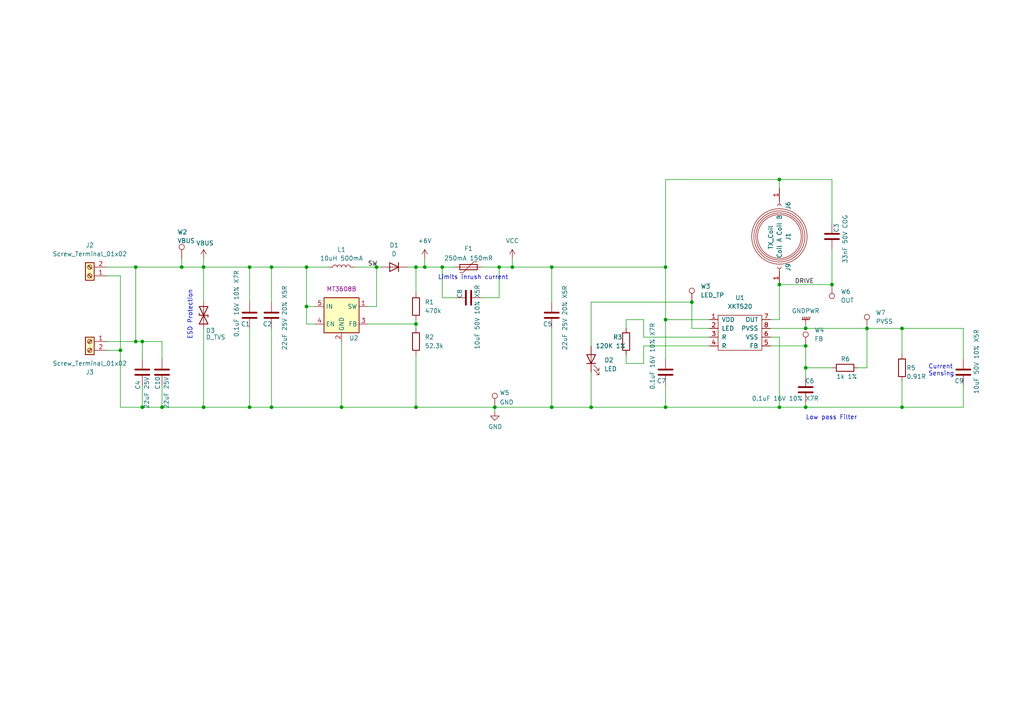
<source format=kicad_sch>
(kicad_sch (version 20250114) (generator "eeschema") (generator_version "9.0")
  (paper "A4")
  (lib_symbols
    (symbol "Connector:Conn_01x01_Female" (pin_names (offset 1.016) (hide yes))
      (property "Reference" "J" (at 0 2.54 0))
      (property "Value" "Conn_01x01_Female" (at 0 -2.54 0))
      (symbol "Conn_01x01_Female_1_1"
        (polyline (pts (xy -1.27 0) (xy -0.508 0)) (stroke (width 0.1524)))
        (arc (start 0 -0.508) (mid -0.5058 0) (end 0 0.508) (stroke (width 0.1524)))
        (pin passive line (at -5.08 0 0) (length 3.81) (name "Pin_1") (number "1"))
      )
    )
    (symbol "Connector:Screw_Terminal_01x02" (pin_names (offset 1.016) (hide yes))
      (property "Reference" "J" (at 0 2.54 0))
      (property "Value" "Screw_Terminal_01x02" (at 0 -5.08 0))
      (symbol "Screw_Terminal_01x02_1_1"
        (rectangle (start -1.27 1.27) (end 1.27 -3.81) (stroke (width 0.254)) (fill (type background)))
        (polyline (pts (xy -0.5334 0.3302) (xy 0.3302 -0.508)) (stroke (width 0.1524)))
        (polyline (pts (xy -0.5334 -2.2098) (xy 0.3302 -3.048)) (stroke (width 0.1524)))
        (polyline (pts (xy -0.3556 0.508) (xy 0.508 -0.3302)) (stroke (width 0.1524)))
        (polyline (pts (xy -0.3556 -2.032) (xy 0.508 -2.8702)) (stroke (width 0.1524)))
        (circle (center 0 0) (radius 0.635) (stroke (width 0.1524)))
        (circle (center 0 -2.54) (radius 0.635) (stroke (width 0.1524)))
        (pin passive line (at -5.08 0 0) (length 3.81) (name "Pin_1") (number "1"))
        (pin passive line (at -5.08 -2.54 0) (length 3.81) (name "Pin_2") (number "2"))
      )
    )
    (symbol "Device:C" (pin_numbers (hide yes)) (pin_names (offset 0.254))
      (property "Reference" "C" (at 0.635 2.54 0))
      (property "Value" "C" (at 0.635 -2.54 0))
      (symbol "C_0_1"
        (polyline (pts (xy -2.032 0.762) (xy 2.032 0.762)) (stroke (width 0.508)))
        (polyline (pts (xy -2.032 -0.762) (xy 2.032 -0.762)) (stroke (width 0.508)))
      )
      (symbol "C_1_1"
        (pin passive line (at 0 3.81 270) (length 2.794) (name "~") (number "1"))
        (pin passive line (at 0 -3.81 90) (length 2.794) (name "~") (number "2"))
      )
    )
    (symbol "Device:D" (pin_numbers (hide yes)) (pin_names (offset 1.016) (hide yes))
      (property "Reference" "D" (at 0 2.54 0))
      (property "Value" "D" (at 0 -2.54 0))
      (symbol "D_0_1"
        (polyline (pts (xy -1.27 1.27) (xy -1.27 -1.27)) (stroke (width 0.254)))
        (polyline (pts (xy 1.27 1.27) (xy 1.27 -1.27) (xy -1.27 0) (xy 1.27 1.27)) (stroke (width 0.254)))
        (polyline (pts (xy 1.27 0) (xy -1.27 0)))
      )
      (symbol "D_1_1"
        (pin passive line (at -3.81 0 0) (length 2.54) (name "K") (number "1"))
        (pin passive line (at 3.81 0 180) (length 2.54) (name "A") (number "2"))
      )
    )
    (symbol "Device:D_TVS" (pin_numbers (hide yes)) (pin_names (offset 1.016) (hide yes))
      (property "Reference" "D" (at 0 2.54 0))
      (property "Value" "D_TVS" (at 0 -2.54 0))
      (symbol "D_TVS_0_1"
        (polyline (pts (xy -2.54 1.27) (xy -2.54 -1.27) (xy 2.54 1.27) (xy 2.54 -1.27) (xy -2.54 1.27)) (stroke (width 0.254)))
        (polyline (pts (xy 0.508 1.27) (xy 0 1.27) (xy 0 -1.27) (xy -0.508 -1.27)) (stroke (width 0.254)))
        (polyline (pts (xy 1.27 0) (xy -1.27 0)))
      )
      (symbol "D_TVS_1_1"
        (pin passive line (at -3.81 0 0) (length 2.54) (name "A1") (number "1"))
        (pin passive line (at 3.81 0 180) (length 2.54) (name "A2") (number "2"))
      )
    )
    (symbol "Device:L" (pin_numbers (hide yes)) (pin_names (offset 1.016) (hide yes))
      (property "Reference" "L" (at -1.27 0 90))
      (property "Value" "L" (at 1.905 0 90))
      (symbol "L_0_1"
        (arc (start 0 2.54) (mid 0.6323 1.905) (end 0 1.27))
        (arc (start 0 1.27) (mid 0.6323 0.635) (end 0 0))
        (arc (start 0 0) (mid 0.6323 -0.635) (end 0 -1.27))
        (arc (start 0 -1.27) (mid 0.6323 -1.905) (end 0 -2.54))
      )
      (symbol "L_1_1"
        (pin passive line (at 0 3.81 270) (length 1.27) (name "1") (number "1"))
        (pin passive line (at 0 -3.81 90) (length 1.27) (name "2") (number "2"))
      )
    )
    (symbol "Device:LED" (pin_numbers (hide yes)) (pin_names (offset 1.016) (hide yes))
      (property "Reference" "D" (at 0 2.54 0))
      (property "Value" "LED" (at 0 -2.54 0))
      (symbol "LED_0_1"
        (polyline (pts (xy -3.048 -0.762) (xy -4.572 -2.286) (xy -3.81 -2.286) (xy -4.572 -2.286) (xy -4.572 -1.524)))
        (polyline (pts (xy -1.778 -0.762) (xy -3.302 -2.286) (xy -2.54 -2.286) (xy -3.302 -2.286) (xy -3.302 -1.524)))
        (polyline (pts (xy -1.27 0) (xy 1.27 0)))
        (polyline (pts (xy -1.27 -1.27) (xy -1.27 1.27)) (stroke (width 0.254)))
        (polyline (pts (xy 1.27 -1.27) (xy 1.27 1.27) (xy -1.27 0) (xy 1.27 -1.27)) (stroke (width 0.254)))
      )
      (symbol "LED_1_1"
        (pin passive line (at -3.81 0 0) (length 2.54) (name "K") (number "1"))
        (pin passive line (at 3.81 0 180) (length 2.54) (name "A") (number "2"))
      )
    )
    (symbol "Device:Polyfuse" (pin_numbers (hide yes)) (pin_names (offset 0))
      (property "Reference" "F" (at -2.54 0 90))
      (property "Value" "Polyfuse" (at 2.54 0 90))
      (symbol "Polyfuse_0_1"
        (polyline (pts (xy -1.524 2.54) (xy -1.524 1.524) (xy 1.524 -1.524) (xy 1.524 -2.54)))
        (rectangle (start -0.762 2.54) (end 0.762 -2.54) (stroke (width 0.254)))
        (polyline (pts (xy 0 2.54) (xy 0 -2.54)))
      )
      (symbol "Polyfuse_1_1"
        (pin passive line (at 0 3.81 270) (length 1.27) (name "~") (number "1"))
        (pin passive line (at 0 -3.81 90) (length 1.27) (name "~") (number "2"))
      )
    )
    (symbol "Device:R" (pin_numbers (hide yes)) (pin_names (offset 0))
      (property "Reference" "R" (at 2.032 0 90))
      (property "Value" "R" (at 0 0 90))
      (symbol "R_0_1"
        (rectangle (start -1.016 -2.54) (end 1.016 2.54) (stroke (width 0.254)))
      )
      (symbol "R_1_1"
        (pin passive line (at 0 3.81 270) (length 1.27) (name "~") (number "1"))
        (pin passive line (at 0 -3.81 90) (length 1.27) (name "~") (number "2"))
      )
    )
    (symbol "Pixels-dice:TEST_1P-conn" (pin_numbers (hide yes)) (pin_names (offset 0.762) (hide yes))
      (property "Reference" "W" (at 0 6.858 0))
      (property "Value" "TEST_1P-conn" (at 0 5.08 0))
      (symbol "TEST_1P-conn_0_1"
        (circle (center 0 3.302) (radius 0.762))
      )
      (symbol "TEST_1P-conn_1_1"
        (pin passive line (at 0 0 90) (length 2.54) (name "1") (number "1"))
      )
    )
    (symbol "Pixels-dice:TX_Coil"
      (property "Reference" "J" (at 0 10.16 0))
      (property "Value" "TX_Coil" (at 0 -10.16 0))
      (symbol "TX_Coil_0_1"
        (circle (center 0 0) (radius 6.35))
        (circle (center 0 0) (radius 6.8392))
        (circle (center 0 0) (radius 7.4053))
        (circle (center 0 0) (radius 8.0322))
      )
    )
    (symbol "Pixels-dice:XKT520" (pin_names (offset 1.016))
      (property "Reference" "U" (at 0 6.35 0))
      (property "Value" "XKT520" (at 0 -6.35 0))
      (symbol "XKT520_0_1"
        (rectangle (start -6.35 5.08) (end 6.35 -5.08))
      )
      (symbol "XKT520_1_1"
        (pin power_in line (at -8.89 3.81 0) (length 2.54) (name "VDD") (number "1"))
        (pin output line (at -8.89 1.27 0) (length 2.54) (name "LED") (number "2"))
        (pin passive line (at -8.89 -1.27 0) (length 2.54) (name "R") (number "3"))
        (pin passive line (at -8.89 -3.81 0) (length 2.54) (name "R") (number "4"))
        (pin output line (at 8.89 3.81 180) (length 2.54) (name "OUT") (number "7"))
        (pin output line (at 8.89 1.27 180) (length 2.54) (name "PVSS") (number "8"))
        (pin power_in line (at 8.89 -1.27 180) (length 2.54) (name "VSS") (number "6"))
        (pin input line (at 8.89 -3.81 180) (length 2.54) (name "FB") (number "5"))
      )
    )
    (symbol "Regulator_Switching:MT3608"
      (property "Reference" "U" (at -2.54 8.89 0))
      (property "Value" "MT3608" (at -3.81 6.35 0))
      (symbol "MT3608_0_1"
        (rectangle (start -5.08 5.08) (end 5.08 -5.08) (stroke (width 0.254)) (fill (type background)))
      )
      (symbol "MT3608_1_1"
        (pin power_in line (at -7.62 2.54 0) (length 2.54) (name "IN") (number "5"))
        (pin input line (at -7.62 -2.54 0) (length 2.54) (name "EN") (number "4"))
        (pin power_in line (at 0 -7.62 90) (length 2.54) (name "GND") (number "2"))
        (pin no_connect line (at 5.08 0 180) (length 2.54) (hide yes) (name "NC") (number "6"))
        (pin passive line (at 7.62 2.54 180) (length 2.54) (name "SW") (number "1"))
        (pin input line (at 7.62 -2.54 180) (length 2.54) (name "FB") (number "3"))
      )
    )
    (symbol "power:+6V" (power) (pin_numbers (hide yes)) (pin_names (offset 0) (hide yes))
      (property "Value" "+6V" (at 0 3.556 0))
      (symbol "+6V_0_1"
        (polyline (pts (xy -0.762 1.27) (xy 0 2.54)))
        (polyline (pts (xy 0 2.54) (xy 0.762 1.27)))
        (polyline (pts (xy 0 0) (xy 0 2.54)))
      )
      (symbol "+6V_1_1"
        (pin power_in line (at 0 0 90) (length 0) (name "~") (number "1"))
      )
    )
    (symbol "power:GND" (power) (pin_names (offset 0))
      (property "Value" "GND" (at 0 -3.81 0))
      (symbol "GND_0_1"
        (polyline (pts (xy 0 0) (xy 0 -1.27) (xy 1.27 -1.27) (xy 0 -2.54) (xy -1.27 -1.27) (xy 0 -1.27)))
      )
      (symbol "GND_1_1"
        (pin power_in line (at 0 0 270) (length 0) (hide yes) (name "GND") (number "1"))
      )
    )
    (symbol "power:GNDPWR" (power) (pin_names (offset 0))
      (property "Value" "GNDPWR" (at 0 -3.302 0))
      (symbol "GNDPWR_0_1"
        (polyline (pts (xy -1.016 -1.27) (xy -1.27 -2.032) (xy -1.27 -2.032)) (stroke (width 0.2032)))
        (polyline (pts (xy -0.508 -1.27) (xy -0.762 -2.032) (xy -0.762 -2.032)) (stroke (width 0.2032)))
        (polyline (pts (xy 0 -1.27) (xy 0 0)))
        (polyline (pts (xy 0 -1.27) (xy -0.254 -2.032) (xy -0.254 -2.032)) (stroke (width 0.2032)))
        (polyline (pts (xy 0.508 -1.27) (xy 0.254 -2.032) (xy 0.254 -2.032)) (stroke (width 0.2032)))
        (polyline (pts (xy 1.016 -1.27) (xy -1.016 -1.27) (xy -1.016 -1.27)) (stroke (width 0.2032)))
        (polyline (pts (xy 1.016 -1.27) (xy 0.762 -2.032) (xy 0.762 -2.032) (xy 0.762 -2.032)) (stroke (width 0.2032)))
      )
      (symbol "GNDPWR_1_1"
        (pin power_in line (at 0 0 270) (length 0) (hide yes) (name "GNDPWR") (number "1"))
      )
    )
    (symbol "power:VBUS" (power) (pin_names (offset 0))
      (property "Value" "VBUS" (at 0 3.81 0))
      (symbol "VBUS_0_1"
        (polyline (pts (xy -0.762 1.27) (xy 0 2.54)))
        (polyline (pts (xy 0 2.54) (xy 0.762 1.27)))
        (polyline (pts (xy 0 0) (xy 0 2.54)))
      )
      (symbol "VBUS_1_1"
        (pin power_in line (at 0 0 90) (length 0) (hide yes) (name "VBUS") (number "1"))
      )
    )
    (symbol "power:VCC" (power) (pin_numbers (hide yes)) (pin_names (offset 0) (hide yes))
      (property "Value" "VCC" (at 0 3.556 0))
      (symbol "VCC_0_1"
        (polyline (pts (xy -0.762 1.27) (xy 0 2.54)))
        (polyline (pts (xy 0 2.54) (xy 0.762 1.27)))
        (polyline (pts (xy 0 0) (xy 0 2.54)))
      )
      (symbol "VCC_1_1"
        (pin power_in line (at 0 0 90) (length 0) (name "~") (number "1"))
      )
    )
  )
  (text "ESD Protection" (at 55.88 98.552 90) (effects (font (size 1.27 1.27)) (justify left bottom)))
  (text "Limits inrush current" (at 127 81.28 0) (effects (font (size 1.27 1.27)) (justify left bottom)))
  (text "Current\nSensing" (at 269.24 109.22 0) (effects (font (size 1.27 1.27)) (justify left bottom)))
  (text "Low pass Filter" (at 233.68 121.92 0) (effects (font (size 1.27 1.27)) (justify left bottom)))
  (junction (at 120.65 118.11))
  (junction (at 193.04 92.71))
  (junction (at 88.9 77.47))
  (junction (at 59.055 118.11))
  (junction (at 226.06 52.07))
  (junction (at 193.04 118.11))
  (junction (at 78.74 77.47))
  (junction (at 233.68 100.33))
  (junction (at 160.02 77.47))
  (junction (at 160.02 118.11))
  (junction (at 120.65 77.47))
  (junction (at 241.3 82.55))
  (junction (at 128.27 77.47))
  (junction (at 143.51 118.11))
  (junction (at 72.39 118.11))
  (junction (at 99.06 118.11))
  (junction (at 233.68 106.68))
  (junction (at 171.45 118.11))
  (junction (at 41.275 99.06))
  (junction (at 261.62 95.25))
  (junction (at 59.055 77.47))
  (junction (at 39.37 77.47))
  (junction (at 34.925 101.6))
  (junction (at 120.65 93.98))
  (junction (at 46.99 118.11))
  (junction (at 200.66 87.63))
  (junction (at 109.22 77.47))
  (junction (at 233.68 118.11))
  (junction (at 226.06 82.55))
  (junction (at 72.39 77.47))
  (junction (at 78.74 118.11))
  (junction (at 193.04 77.47))
  (junction (at 123.19 77.47))
  (junction (at 52.705 77.47))
  (junction (at 251.46 95.25))
  (junction (at 261.62 118.11))
  (junction (at 233.68 95.25))
  (junction (at 41.275 118.11))
  (junction (at 39.37 99.06))
  (junction (at 144.78 77.47))
  (junction (at 148.59 77.47))
  (junction (at 88.9 88.9))
  (junction (at 226.06 118.11))
  (wire (pts (xy 186.69 92.71) (xy 181.61 92.71)))
  (wire (pts (xy 120.65 118.11) (xy 120.65 102.87)))
  (wire (pts (xy 128.27 86.36) (xy 128.27 77.47)))
  (wire (pts (xy 248.92 106.68) (xy 251.46 106.68)))
  (wire (pts (xy 233.68 93.98) (xy 233.68 95.25)))
  (wire (pts (xy 186.69 105.41) (xy 181.61 105.41)))
  (wire (pts (xy 226.06 54.61) (xy 226.06 52.07)))
  (wire (pts (xy 148.59 74.93) (xy 148.59 77.47)))
  (wire (pts (xy 241.3 82.55) (xy 226.06 82.55)))
  (wire (pts (xy 31.115 77.47) (xy 39.37 77.47)))
  (wire (pts (xy 233.68 106.68) (xy 233.68 109.22)))
  (wire (pts (xy 99.06 118.11) (xy 99.06 99.06)))
  (wire (pts (xy 120.65 77.47) (xy 123.19 77.47)))
  (wire (pts (xy 143.51 118.11) (xy 160.02 118.11)))
  (wire (pts (xy 41.275 111.76) (xy 41.275 118.11)))
  (wire (pts (xy 261.62 95.25) (xy 279.4 95.25)))
  (wire (pts (xy 41.275 118.11) (xy 46.99 118.11)))
  (wire (pts (xy 52.705 74.93) (xy 52.705 77.47)))
  (wire (pts (xy 226.06 92.71) (xy 223.52 92.71)))
  (wire (pts (xy 233.68 95.25) (xy 251.46 95.25)))
  (wire (pts (xy 233.68 106.68) (xy 241.3 106.68)))
  (wire (pts (xy 186.69 92.71) (xy 186.69 97.79)))
  (wire (pts (xy 95.25 77.47) (xy 88.9 77.47)))
  (wire (pts (xy 223.52 100.33) (xy 233.68 100.33)))
  (wire (pts (xy 200.66 95.25) (xy 200.66 87.63)))
  (wire (pts (xy 139.7 77.47) (xy 144.78 77.47)))
  (wire (pts (xy 120.65 93.98) (xy 120.65 92.71)))
  (wire (pts (xy 31.115 80.01) (xy 34.925 80.01)))
  (wire (pts (xy 39.37 99.06) (xy 41.275 99.06)))
  (wire (pts (xy 128.27 77.47) (xy 132.08 77.47)))
  (wire (pts (xy 171.45 118.11) (xy 193.04 118.11)))
  (wire (pts (xy 31.115 99.06) (xy 39.37 99.06)))
  (wire (pts (xy 279.4 118.11) (xy 261.62 118.11)))
  (wire (pts (xy 78.74 77.47) (xy 88.9 77.47)))
  (wire (pts (xy 46.99 118.11) (xy 59.055 118.11)))
  (wire (pts (xy 120.65 77.47) (xy 120.65 85.09)))
  (wire (pts (xy 118.11 77.47) (xy 120.65 77.47)))
  (wire (pts (xy 102.87 77.47) (xy 109.22 77.47)))
  (wire (pts (xy 123.19 77.47) (xy 128.27 77.47)))
  (wire (pts (xy 160.02 77.47) (xy 193.04 77.47)))
  (wire (pts (xy 144.78 77.47) (xy 148.59 77.47)))
  (wire (pts (xy 241.3 72.39) (xy 241.3 82.55)))
  (wire (pts (xy 241.3 52.07) (xy 226.06 52.07)))
  (wire (pts (xy 143.51 118.11) (xy 143.51 119.38)))
  (wire (pts (xy 143.51 118.11) (xy 120.65 118.11)))
  (wire (pts (xy 186.69 105.41) (xy 186.69 100.33)))
  (wire (pts (xy 88.9 88.9) (xy 91.44 88.9)))
  (wire (pts (xy 144.78 86.36) (xy 144.78 77.47)))
  (wire (pts (xy 241.3 52.07) (xy 241.3 64.77)))
  (wire (pts (xy 59.055 95.25) (xy 59.055 118.11)))
  (wire (pts (xy 59.055 74.93) (xy 59.055 77.47)))
  (wire (pts (xy 59.055 77.47) (xy 59.055 87.63)))
  (wire (pts (xy 78.74 77.47) (xy 78.74 87.63)))
  (wire (pts (xy 160.02 118.11) (xy 171.45 118.11)))
  (wire (pts (xy 109.22 77.47) (xy 110.49 77.47)))
  (wire (pts (xy 279.4 111.76) (xy 279.4 118.11)))
  (wire (pts (xy 41.275 99.06) (xy 41.275 104.14)))
  (wire (pts (xy 251.46 95.25) (xy 261.62 95.25)))
  (wire (pts (xy 226.06 97.79) (xy 226.06 118.11)))
  (wire (pts (xy 52.705 77.47) (xy 59.055 77.47)))
  (wire (pts (xy 193.04 52.07) (xy 193.04 77.47)))
  (wire (pts (xy 106.68 93.98) (xy 120.65 93.98)))
  (wire (pts (xy 226.06 82.55) (xy 226.06 92.71)))
  (wire (pts (xy 88.9 77.47) (xy 88.9 88.9)))
  (wire (pts (xy 34.925 80.01) (xy 34.925 101.6)))
  (wire (pts (xy 261.62 118.11) (xy 233.68 118.11)))
  (wire (pts (xy 59.055 118.11) (xy 72.39 118.11)))
  (wire (pts (xy 123.19 74.93) (xy 123.19 77.47)))
  (wire (pts (xy 139.7 86.36) (xy 144.78 86.36)))
  (wire (pts (xy 193.04 92.71) (xy 193.04 104.14)))
  (wire (pts (xy 46.99 111.76) (xy 46.99 118.11)))
  (wire (pts (xy 46.99 99.06) (xy 46.99 104.14)))
  (wire (pts (xy 233.68 106.68) (xy 233.68 100.33)))
  (wire (pts (xy 120.65 93.98) (xy 120.65 95.25)))
  (wire (pts (xy 200.66 95.25) (xy 205.74 95.25)))
  (wire (pts (xy 132.08 86.36) (xy 128.27 86.36)))
  (wire (pts (xy 72.39 95.25) (xy 72.39 118.11)))
  (wire (pts (xy 160.02 95.25) (xy 160.02 118.11)))
  (wire (pts (xy 72.39 77.47) (xy 78.74 77.47)))
  (wire (pts (xy 193.04 77.47) (xy 193.04 92.71)))
  (wire (pts (xy 193.04 52.07) (xy 226.06 52.07)))
  (wire (pts (xy 78.74 95.25) (xy 78.74 118.11)))
  (wire (pts (xy 251.46 106.68) (xy 251.46 95.25)))
  (wire (pts (xy 171.45 107.95) (xy 171.45 118.11)))
  (wire (pts (xy 181.61 105.41) (xy 181.61 102.87)))
  (wire (pts (xy 193.04 92.71) (xy 205.74 92.71)))
  (wire (pts (xy 193.04 111.76) (xy 193.04 118.11)))
  (wire (pts (xy 99.06 118.11) (xy 120.65 118.11)))
  (wire (pts (xy 181.61 92.71) (xy 181.61 95.25)))
  (wire (pts (xy 160.02 77.47) (xy 160.02 87.63)))
  (wire (pts (xy 171.45 87.63) (xy 171.45 100.33)))
  (wire (pts (xy 261.62 95.25) (xy 261.62 102.87)))
  (wire (pts (xy 31.115 101.6) (xy 34.925 101.6)))
  (wire (pts (xy 72.39 118.11) (xy 78.74 118.11)))
  (wire (pts (xy 109.22 88.9) (xy 109.22 77.47)))
  (wire (pts (xy 186.69 100.33) (xy 205.74 100.33)))
  (wire (pts (xy 223.52 95.25) (xy 233.68 95.25)))
  (wire (pts (xy 261.62 110.49) (xy 261.62 118.11)))
  (wire (pts (xy 279.4 95.25) (xy 279.4 104.14)))
  (wire (pts (xy 41.275 99.06) (xy 46.99 99.06)))
  (wire (pts (xy 39.37 77.47) (xy 52.705 77.47)))
  (wire (pts (xy 78.74 118.11) (xy 99.06 118.11)))
  (wire (pts (xy 72.39 87.63) (xy 72.39 77.47)))
  (wire (pts (xy 226.06 97.79) (xy 223.52 97.79)))
  (wire (pts (xy 34.925 101.6) (xy 34.925 118.11)))
  (wire (pts (xy 226.06 118.11) (xy 233.68 118.11)))
  (wire (pts (xy 88.9 93.98) (xy 88.9 88.9)))
  (wire (pts (xy 106.68 88.9) (xy 109.22 88.9)))
  (wire (pts (xy 171.45 87.63) (xy 200.66 87.63)))
  (wire (pts (xy 233.68 116.84) (xy 233.68 118.11)))
  (wire (pts (xy 39.37 99.06) (xy 39.37 77.47)))
  (wire (pts (xy 59.055 77.47) (xy 72.39 77.47)))
  (wire (pts (xy 148.59 77.47) (xy 160.02 77.47)))
  (wire (pts (xy 34.925 118.11) (xy 41.275 118.11)))
  (wire (pts (xy 193.04 118.11) (xy 226.06 118.11)))
  (wire (pts (xy 186.69 97.79) (xy 205.74 97.79)))
  (wire (pts (xy 91.44 93.98) (xy 88.9 93.98)))
  (label "SW" (at 106.68 77.47 0))
  (label "DRIVE" (at 230.505 82.55 0))
  (symbol (lib_id "Device:C") (at 78.74 91.44 0) (unit 1)
    (property "Reference" "C2" (at 76.2 93.98 0) (effects (justify left)))
    (property "Value" "22uF 25V 20% X5R" (at 82.55 101.6 90) (effects (justify left)))
    (property "Footprint" "Capacitor_SMD:C_0805_2012Metric" (effects (hide yes)))
    (property "Part Number" "GRM21BR61E226ME44L" (effects (hide yes)))
    (property "Manufacturer" "Murata" (effects (hide yes)))
    (property "LCSC Part #" "C86816" (effects (hide yes)))
  )
  (symbol (lib_id "Device:C") (at 72.39 91.44 0) (unit 1)
    (property "Reference" "C1" (at 69.85 93.98 0) (effects (justify left)))
    (property "Value" "0.1uF 16V 10% X7R" (at 68.58 97.79 90) (effects (justify left)))
    (property "Footprint" "Capacitor_SMD:C_0603_1608Metric" (effects (hide yes)))
    (property "Part Number" "CL10B104KO8NNNC" (effects (hide yes)))
    (property "Manufacturer" "Samsung Electro-Mechanics" (effects (hide yes)))
    (property "LCSC Part #" "C66501" (effects (hide yes)))
  )
  (symbol (lib_id "Connector:Conn_01x01_Female") (at 226.06 77.47 270) (mirror x) (unit 1)
    (property "Reference" "J9" (at 228.6 78.74 0) (effects (justify left)))
    (property "Value" "Coil A" (at 226.06 74.93 0) (effects (justify left)))
    (property "Footprint" "Pixels-dice:TestPoint_Pad_D2.0mm_V1.1" (effects (hide yes)))
  )
  (symbol (lib_id "Connector:Conn_01x01_Female") (at 226.06 59.69 90) (mirror x) (unit 1)
    (property "Reference" "J6" (at 228.6 58.42 0) (effects (justify left)))
    (property "Value" "Coil B" (at 226.06 62.23 0) (effects (justify left)))
    (property "Footprint" "Pixels-dice:TestPoint_Pad_D2.0mm_V1.1" (effects (hide yes)))
  )
  (symbol (lib_id "power:VBUS") (at 59.055 74.93 0) (unit 1)
    (property "Reference" "#PWR01" (effects (hide yes)))
    (property "Value" "VBUS" (at 59.436 70.5358 0))
  )
  (symbol (lib_id "Connector:Screw_Terminal_01x02") (at 26.035 99.06 0) (mirror y) (unit 1)
    (property "Reference" "J3" (at 26.035 107.95 0))
    (property "Value" "Screw_Terminal_01x02" (at 26.035 105.41 0))
    (property "Footprint" "Pixels-dice:DB125-3.81-2P-GN-S" (effects (hide yes)))
    (property "Manufacturer" "DORABO" (effects (hide yes)))
    (property "Manufacturer Part Number" "DB125-3.81-2P-GN-S" (effects (hide yes)))
    (property "LCSC Part #" "C395878" (effects (hide yes)))
  )
  (symbol (lib_id "Pixels-dice:TEST_1P-conn") (at 52.705 74.93 0) (unit 1)
    (property "Reference" "W2" (at 51.435 67.31 0) (effects (justify left)))
    (property "Value" "VBUS" (at 51.435 69.85 0) (effects (justify left)))
    (property "Footprint" "Pixels-dice:TEST_PIN1.5MM" (effects (hide yes)))
  )
  (symbol (lib_id "Pixels-dice:TEST_1P-conn") (at 251.46 95.25 0) (unit 1)
    (property "Reference" "W7" (at 254 90.6779 0) (effects (justify left)))
    (property "Value" "PVSS" (at 254 93.2179 0) (effects (justify left)))
    (property "Footprint" "Pixels-dice:TEST_PIN1.5MM" (effects (hide yes)))
  )
  (symbol (lib_id "Pixels-dice:TEST_1P-conn") (at 233.68 100.33 0) (unit 1)
    (property "Reference" "W4" (at 236.22 95.7579 0) (effects (justify left)))
    (property "Value" "FB" (at 236.22 98.2979 0) (effects (justify left)))
    (property "Footprint" "Pixels-dice:TEST_PIN1.5MM" (effects (hide yes)))
  )
  (symbol (lib_id "Device:LED") (at 171.45 104.14 90) (unit 1)
    (property "Reference" "D2" (at 175.26 104.4574 90) (effects (justify right)))
    (property "Value" "LED" (at 175.26 106.9974 90) (effects (justify right)))
    (property "Footprint" "LED_SMD:LED_0603_1608Metric" (effects (hide yes)))
    (property "Manufacturer" "Lite-On" (effects (hide yes)))
    (property "Part Number" "LTST-C191KRKT" (effects (hide yes)))
    (property "LCSC Part #" "C125099" (effects (hide yes)))
  )
  (symbol (lib_id "Device:C") (at 241.3 68.58 0) (mirror x) (unit 1)
    (property "Reference" "C3" (at 242.57 64.77 90) (effects (justify left)))
    (property "Value" "33nF 50V COG" (at 245.11 62.23 90) (effects (justify left)))
    (property "Footprint" "Capacitor_SMD:C_1206_3216Metric" (effects (hide yes)))
    (property "Part Number" "GRM3195C1H333JA01J" (effects (hide yes)))
    (property "Manufacturer" "Murata" (effects (hide yes)))
    (property "LCSC Part #" "C97930" (effects (hide yes)))
    (property "Manufacturer Part Number" "GRM3195C1H333JA01D" (effects (hide yes)))
  )
  (symbol (lib_id "Connector:Screw_Terminal_01x02") (at 26.035 80.01 180) (unit 1)
    (property "Reference" "J2" (at 26.035 71.12 0))
    (property "Value" "Screw_Terminal_01x02" (at 26.035 73.66 0))
    (property "Footprint" "Pixels-dice:DB125-3.81-2P-GN-S" (effects (hide yes)))
    (property "Manufacturer" "DORABO" (effects (hide yes)))
    (property "Manufacturer Part Number" "DB125-3.81-2P-GN-S" (effects (hide yes)))
    (property "LCSC Part #" "C395878" (effects (hide yes)))
  )
  (symbol (lib_id "Device:C") (at 279.4 107.95 0) (unit 1)
    (property "Reference" "C9" (at 276.86 110.49 0) (effects (justify left)))
    (property "Value" "10uF 50V 10% X5R" (at 283.21 114.3 90) (effects (justify left)))
    (property "Footprint" "Capacitor_SMD:C_0805_2012Metric" (effects (hide yes)))
    (property "Part Number" "GRM21BR61H106KE43L" (effects (hide yes)))
    (property "LCSC Part #" "C440198" (effects (hide yes)))
  )
  (symbol (lib_id "Device:L") (at 99.06 77.47 90) (unit 1)
    (property "Reference" "L1" (at 99.06 72.39 90))
    (property "Value" "10uH 500mA" (at 99.06 74.93 90))
    (property "Footprint" "Inductor_SMD:L_Wuerth_HCM-7050" (effects (hide yes)))
    (property "Description" "Inductor" (effects (hide yes)))
    (property "Manufacturer" "Ruishen" (effects (hide yes)))
    (property "Part Number" "RS0650-100MS" (effects (hide yes)))
    (property "Alternate Part Number" "YT0650H-100M" (effects (hide yes)))
    (property "LCSC Part #" "C32712977" (effects (hide yes)))
  )
  (symbol (lib_id "power:+6V") (at 123.19 74.93 0) (unit 1)
    (property "Reference" "#PWR05" (effects (hide yes)))
    (property "Value" "+6V" (at 123.19 69.85 0))
    (property "Description" "Power symbol creates a global label with name \"+6V\"" (effects (hide yes)))
  )
  (symbol (lib_id "power:GNDPWR") (at 233.68 93.98 180) (unit 1)
    (property "Reference" "#PWR02" (effects (hide yes)))
    (property "Value" "GNDPWR" (at 233.68 90.17 0))
  )
  (symbol (lib_id "Pixels-dice:TEST_1P-conn") (at 143.51 118.11 0) (unit 1)
    (property "Reference" "W5" (at 144.907 113.8995 0) (effects (justify left)))
    (property "Value" "GND" (at 144.907 116.6746 0) (effects (justify left)))
    (property "Footprint" "Pixels-dice:TEST_PIN1.5MM" (effects (hide yes)))
  )
  (symbol (lib_id "power:GND") (at 143.51 119.38 0) (unit 1)
    (property "Reference" "#PWR03" (effects (hide yes)))
    (property "Value" "GND" (at 143.637 123.7742 0))
  )
  (symbol (lib_id "Device:D_TVS") (at 59.055 91.44 90) (unit 1)
    (property "Reference" "D3" (at 59.69 95.885 90) (effects (justify right)))
    (property "Value" "D_TVS" (at 59.69 97.79 90) (effects (justify right)))
    (property "Footprint" "Diode_SMD:D_SMA" (effects (hide yes)))
    (property "Manufacturer" "Littelfuse" (effects (hide yes)))
    (property "Manufacturer Part Number" "SMAJ16CA" (effects (hide yes)))
    (property "LCSC Part #" "C148217" (effects (hide yes)))
  )
  (symbol (lib_id "Device:C") (at 46.99 107.95 0) (unit 1)
    (property "Reference" "C10" (at 45.72 113.03 90) (effects (justify left)))
    (property "Value" "22uF 25V" (at 48.26 109.22 90) (effects (justify right)))
    (property "Footprint" "Capacitor_SMD:C_1210_3225Metric" (effects (hide yes)))
    (property "Manufacturer" "Samsung" (effects (hide yes)))
    (property "Manufacturer Part Number" "CL31A226KAHNNNE" (effects (hide yes)))
    (property "Generic OK" "YES" (effects (hide yes)))
    (property "LCSC Part #" "C12891" (effects (hide yes)))
  )
  (symbol (lib_id "Device:R") (at 120.65 88.9 0) (unit 1)
    (property "Reference" "R1" (at 123.19 87.6299 0) (effects (justify left)))
    (property "Value" "470k" (at 123.19 90.1699 0) (effects (justify left)))
    (property "Footprint" "Resistor_SMD:R_0402_1005Metric" (effects (hide yes)))
    (property "Description" "Resistor" (effects (hide yes)))
    (property "Manufacturer" "UNI-ROYAL(Uniroyal Elec)" (effects (hide yes)))
    (property "Part Number" "0402WGF4703TCE" (effects (hide yes)))
    (property "LCSC Part #" "C25790" (effects (hide yes)))
  )
  (symbol (lib_id "Regulator_Switching:MT3608") (at 99.06 91.44 0) (unit 1)
    (property "Reference" "U2" (at 102.616 98.044 0))
    (property "Value" "MT3608B" (effects (hide yes)))
    (property "Footprint" "Package_TO_SOT_SMD:SOT-23-6" (effects (hide yes)))
    (property "Datasheet" "https://www.olimex.com/Products/Breadboarding/BB-PWR-3608/resources/MT3608.pdf" (effects (hide yes)))
    (property "Description" "High Efficiency 1.2MHz 2A Step Up Converter, 2-24V Vin, 28V Vout, 4A current limit, 1.2MHz, SOT23-6" (effects (hide yes)))
    (property "Manufacturer" "XI'AN Aerosemi Tech" (effects (hide yes)))
    (property "Part Number" "MT3608B" (at 99.06 83.82 0))
    (property "LCSC Part #" "C19189893" (effects (hide yes)))
  )
  (symbol (lib_id "Device:C") (at 41.275 107.95 0) (unit 1)
    (property "Reference" "C4" (at 40.005 113.03 90) (effects (justify left)))
    (property "Value" "22uF 25V" (at 42.545 109.22 90) (effects (justify right)))
    (property "Footprint" "Capacitor_SMD:C_1210_3225Metric" (effects (hide yes)))
    (property "Manufacturer" "Samsung" (effects (hide yes)))
    (property "Manufacturer Part Number" "CL31A226KAHNNNE" (effects (hide yes)))
    (property "Generic OK" "YES" (effects (hide yes)))
    (property "LCSC Part #" "C12891" (effects (hide yes)))
  )
  (symbol (lib_id "Device:C") (at 135.89 86.36 270) (unit 1)
    (property "Reference" "C8" (at 133.35 83.82 0) (effects (justify left)))
    (property "Value" "10uF 50V 10% X5R" (at 138.43 82.55 0) (effects (justify left)))
    (property "Footprint" "Capacitor_SMD:C_0805_2012Metric" (effects (hide yes)))
    (property "Part Number" "GRM21BR61H106KE43L" (effects (hide yes)))
    (property "Manufacturer" "Murata" (effects (hide yes)))
    (property "LCSC Part #" "C440198" (effects (hide yes)))
  )
  (symbol (lib_id "Pixels-dice:TEST_1P-conn") (at 241.3 82.55 180) (unit 1)
    (property "Reference" "W6" (at 243.84 84.5819 0) (effects (justify right)))
    (property "Value" "OUT" (at 243.84 87.1219 0) (effects (justify right)))
    (property "Footprint" "Pixels-dice:TEST_PIN1.5MM" (effects (hide yes)))
  )
  (symbol (lib_id "Device:R") (at 120.65 99.06 0) (unit 1)
    (property "Reference" "R2" (at 123.19 97.7899 0) (effects (justify left)))
    (property "Value" "52.3k" (at 123.19 100.3299 0) (effects (justify left)))
    (property "Footprint" "Resistor_SMD:R_0402_1005Metric" (effects (hide yes)))
    (property "Description" "Resistor" (effects (hide yes)))
    (property "Manufacturer" "UNI-ROYAL(Uniroyal Elec)" (effects (hide yes)))
    (property "Part Number" "0402WGF5232TCE" (effects (hide yes)))
    (property "LCSC Part #" "C26982" (effects (hide yes)))
  )
  (symbol (lib_id "Device:R") (at 245.11 106.68 90) (unit 1)
    (property "Reference" "R6" (at 243.84 104.14 90) (effects (justify right)))
    (property "Value" "1k 1%" (at 242.57 109.22 90) (effects (justify right)))
    (property "Footprint" "Resistor_SMD:R_0402_1005Metric" (effects (hide yes)))
    (property "Part Number" "0402WGF1001TCE" (effects (hide yes)))
    (property "Manufacturer" "UNI-ROYAL(Uniroyal Elec)" (effects (hide yes)))
    (property "LCSC Part #" "C11702" (effects (hide yes)))
  )
  (symbol (lib_id "Device:C") (at 233.68 113.03 180) (unit 1)
    (property "Reference" "C6" (at 236.22 110.49 0) (effects (justify left)))
    (property "Value" "0.1uF 16V 10% X7R" (at 237.49 115.57 0) (effects (justify left)))
    (property "Footprint" "Capacitor_SMD:C_0603_1608Metric" (effects (hide yes)))
    (property "Part Number" "CL10B104KO8NNNC" (effects (hide yes)))
    (property "Manufacturer" "Samsung Electro-Mechanics" (effects (hide yes)))
    (property "LCSC Part #" "C66501" (effects (hide yes)))
  )
  (symbol (lib_id "Pixels-dice:XKT520") (at 214.63 96.52 0) (unit 1)
    (property "Reference" "U1" (at 214.63 86.36 0))
    (property "Value" "XKT520" (at 214.63 88.9 0))
    (property "Footprint" "Pixels-dice:SOIC-8_3.9x4.9mm_P1.27mm" (effects (hide yes)))
  )
  (symbol (lib_id "Pixels-dice:TEST_1P-conn") (at 200.66 87.63 0) (unit 1)
    (property "Reference" "W3" (at 203.2 83.0579 0) (effects (justify left)))
    (property "Value" "LED_TP" (at 203.2 85.5979 0) (effects (justify left)))
    (property "Footprint" "Pixels-dice:TEST_PIN1.5MM" (effects (hide yes)))
  )
  (symbol (lib_id "Device:C") (at 160.02 91.44 0) (unit 1)
    (property "Reference" "C5" (at 157.48 93.98 0) (effects (justify left)))
    (property "Value" "22uF 25V 20% X5R" (at 163.83 101.6 90) (effects (justify left)))
    (property "Footprint" "Capacitor_SMD:C_0805_2012Metric" (effects (hide yes)))
    (property "Part Number" "GRM21BR61E226ME44L" (effects (hide yes)))
    (property "Manufacturer" "Murata" (effects (hide yes)))
    (property "LCSC Part #" "C86816" (effects (hide yes)))
  )
  (symbol (lib_id "Device:R") (at 181.61 99.06 180) (unit 1)
    (property "Reference" "R3" (at 177.8 97.79 0) (effects (justify right)))
    (property "Value" "120K 1%" (at 172.72 100.33 0) (effects (justify right)))
    (property "Footprint" "Resistor_SMD:R_0402_1005Metric" (effects (hide yes)))
    (property "Part Number" "0402WGF1203TCE" (effects (hide yes)))
    (property "Manufacturer" "UNI-ROYAL(Uniroyal Elec)" (effects (hide yes)))
    (property "LCSC Part #" "C25750" (effects (hide yes)))
  )
  (symbol (lib_id "power:VCC") (at 148.59 74.93 0) (unit 1)
    (property "Reference" "#PWR04" (effects (hide yes)))
    (property "Value" "VCC" (at 148.59 69.85 0))
    (property "Description" "Power symbol creates a global label with name \"VCC\"" (effects (hide yes)))
  )
  (symbol (lib_id "Pixels-dice:TX_Coil") (at 226.06 68.58 0) (unit 1)
    (property "Reference" "J1" (at 228.6 69.85 90) (effects (justify left)))
    (property "Value" "TX_Coil" (at 223.52 72.39 90) (effects (justify left)))
    (property "Footprint" "Pixels-dice:TX Coil" (effects (hide yes)))
    (property "Pixels Part Number" "THT-TXCOIL-1" (effects (hide yes)))
  )
  (symbol (lib_id "Device:R") (at 261.62 106.68 180) (unit 1)
    (property "Reference" "R5" (at 262.89 106.68 0) (effects (justify right)))
    (property "Value" "0.91R" (at 262.89 109.22 0) (effects (justify right)))
    (property "Footprint" "Resistor_SMD:R_1206_3216Metric" (effects (hide yes)))
    (property "Manufacturer" "YAGEO" (effects (hide yes)))
    (property "LCSC Part #" "C136987" (effects (hide yes)))
    (property "Manufacturer Part Number" "RL1206FR-7W0R91L" (effects (hide yes)))
  )
  (symbol (lib_id "Device:D") (at 114.3 77.47 180) (unit 1)
    (property "Reference" "D1" (at 114.3 71.12 0))
    (property "Value" "D" (at 114.3 73.66 0))
    (property "Footprint" "Pixels-dice:SMAF" (effects (hide yes)))
    (property "Description" "Diode" (effects (hide yes)))
    (property "Sim.Device" "D" (effects (hide yes)))
    (property "Sim.Pins" "1=K 2=A" (effects (hide yes)))
    (property "Manufacturer" "GOODWORK" (effects (hide yes)))
    (property "Part Number" "SS54F" (effects (hide yes)))
    (property "Alternate Manufacturer" "HOTECH品牌 " (effects (hide yes)))
    (property "Alternate Part Number" "SS54F" (effects (hide yes)))
    (property "LCSC Part #" "C908671" (effects (hide yes)))
  )
  (symbol (lib_id "Device:C") (at 193.04 107.95 0) (unit 1)
    (property "Reference" "C7" (at 190.5 110.49 0) (effects (justify left)))
    (property "Value" "0.1uF 16V 10% X7R" (at 189.23 113.03 90) (effects (justify left)))
    (property "Footprint" "Capacitor_SMD:C_0603_1608Metric" (effects (hide yes)))
    (property "Part Number" "CL10B104KO8NNNC" (effects (hide yes)))
    (property "Manufacturer" "Samsung Electro-Mechanics" (effects (hide yes)))
    (property "LCSC Part #" "C66501" (effects (hide yes)))
  )
  (symbol (lib_id "Device:Polyfuse") (at 135.89 77.47 90) (unit 1)
    (property "Reference" "F1" (at 135.89 72.1065 90))
    (property "Value" "250mA 150mR" (at 135.89 74.8816 90))
    (property "Footprint" "Fuse:Fuse_1206_3216Metric" (effects (hide yes)))
    (property "Manufacturer" "BHFUSE" (effects (hide yes)))
    (property "Part Number" "BSMD1206-025-33V" (effects (hide yes)))
    (property "LCSC Part #" "C2977524" (effects (hide yes)))
  )
)
</source>
